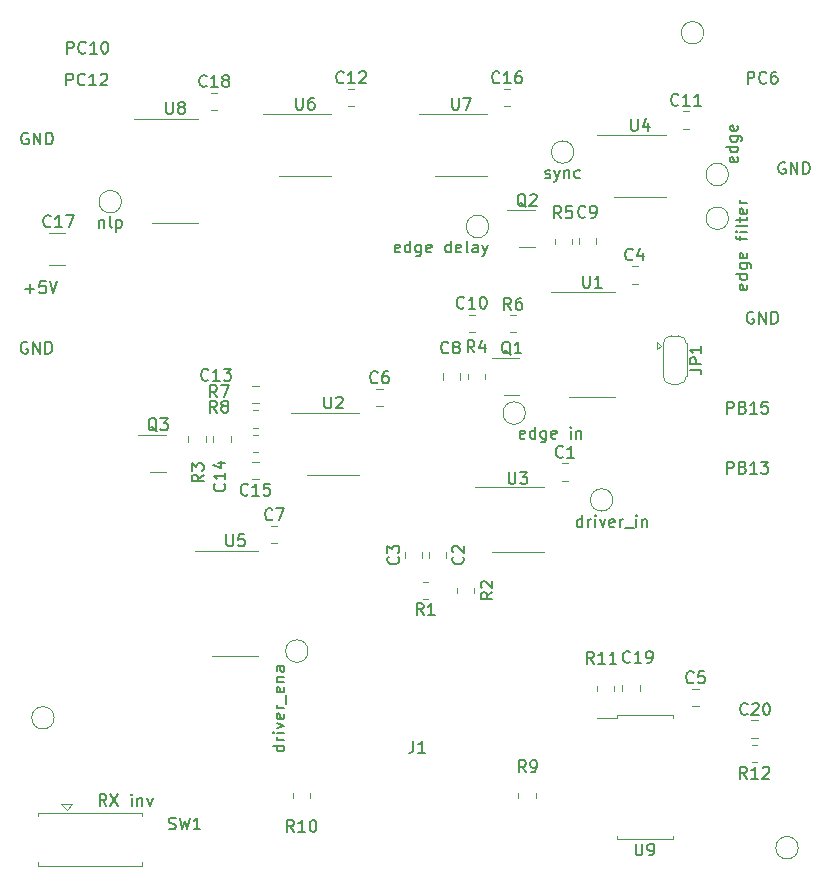
<source format=gbr>
%TF.GenerationSoftware,KiCad,Pcbnew,(6.0.9-0)*%
%TF.CreationDate,2022-11-17T19:03:50+01:00*%
%TF.ProjectId,shield,73686965-6c64-42e6-9b69-6361645f7063,1*%
%TF.SameCoordinates,PX3a2c940PY82a7440*%
%TF.FileFunction,Legend,Top*%
%TF.FilePolarity,Positive*%
%FSLAX46Y46*%
G04 Gerber Fmt 4.6, Leading zero omitted, Abs format (unit mm)*
G04 Created by KiCad (PCBNEW (6.0.9-0)) date 2022-11-17 19:03:50*
%MOMM*%
%LPD*%
G01*
G04 APERTURE LIST*
%ADD10C,0.150000*%
%ADD11C,0.120000*%
G04 APERTURE END LIST*
D10*
X8380952Y6547620D02*
X8047619Y7023810D01*
X7809523Y6547620D02*
X7809523Y7547620D01*
X8190476Y7547620D01*
X8285714Y7500000D01*
X8333333Y7452381D01*
X8380952Y7357143D01*
X8380952Y7214286D01*
X8333333Y7119048D01*
X8285714Y7071429D01*
X8190476Y7023810D01*
X7809523Y7023810D01*
X8714285Y7547620D02*
X9380952Y6547620D01*
X9380952Y7547620D02*
X8714285Y6547620D01*
X10523809Y6547620D02*
X10523809Y7214286D01*
X10523809Y7547620D02*
X10476190Y7500000D01*
X10523809Y7452381D01*
X10571428Y7500000D01*
X10523809Y7547620D01*
X10523809Y7452381D01*
X11000000Y7214286D02*
X11000000Y6547620D01*
X11000000Y7119048D02*
X11047619Y7166667D01*
X11142857Y7214286D01*
X11285714Y7214286D01*
X11380952Y7166667D01*
X11428571Y7071429D01*
X11428571Y6547620D01*
X11809523Y7214286D02*
X12047619Y6547620D01*
X12285714Y7214286D01*
%TO.C,J2*%
X4985714Y67547620D02*
X4985714Y68547620D01*
X5366666Y68547620D01*
X5461904Y68500000D01*
X5509523Y68452381D01*
X5557142Y68357143D01*
X5557142Y68214286D01*
X5509523Y68119048D01*
X5461904Y68071429D01*
X5366666Y68023810D01*
X4985714Y68023810D01*
X6557142Y67642858D02*
X6509523Y67595239D01*
X6366666Y67547620D01*
X6271428Y67547620D01*
X6128571Y67595239D01*
X6033333Y67690477D01*
X5985714Y67785715D01*
X5938095Y67976191D01*
X5938095Y68119048D01*
X5985714Y68309524D01*
X6033333Y68404762D01*
X6128571Y68500000D01*
X6271428Y68547620D01*
X6366666Y68547620D01*
X6509523Y68500000D01*
X6557142Y68452381D01*
X7509523Y67547620D02*
X6938095Y67547620D01*
X7223809Y67547620D02*
X7223809Y68547620D01*
X7128571Y68404762D01*
X7033333Y68309524D01*
X6938095Y68261905D01*
X7890476Y68452381D02*
X7938095Y68500000D01*
X8033333Y68547620D01*
X8271428Y68547620D01*
X8366666Y68500000D01*
X8414285Y68452381D01*
X8461904Y68357143D01*
X8461904Y68261905D01*
X8414285Y68119048D01*
X7842857Y67547620D01*
X8461904Y67547620D01*
X1738095Y63500000D02*
X1642857Y63547620D01*
X1500000Y63547620D01*
X1357142Y63500000D01*
X1261904Y63404762D01*
X1214285Y63309524D01*
X1166666Y63119048D01*
X1166666Y62976191D01*
X1214285Y62785715D01*
X1261904Y62690477D01*
X1357142Y62595239D01*
X1500000Y62547620D01*
X1595238Y62547620D01*
X1738095Y62595239D01*
X1785714Y62642858D01*
X1785714Y62976191D01*
X1595238Y62976191D01*
X2214285Y62547620D02*
X2214285Y63547620D01*
X2785714Y62547620D01*
X2785714Y63547620D01*
X3261904Y62547620D02*
X3261904Y63547620D01*
X3500000Y63547620D01*
X3642857Y63500000D01*
X3738095Y63404762D01*
X3785714Y63309524D01*
X3833333Y63119048D01*
X3833333Y62976191D01*
X3785714Y62785715D01*
X3738095Y62690477D01*
X3642857Y62595239D01*
X3500000Y62547620D01*
X3261904Y62547620D01*
X60925714Y34677620D02*
X60925714Y35677620D01*
X61306666Y35677620D01*
X61401904Y35630000D01*
X61449523Y35582381D01*
X61497142Y35487143D01*
X61497142Y35344286D01*
X61449523Y35249048D01*
X61401904Y35201429D01*
X61306666Y35153810D01*
X60925714Y35153810D01*
X62259047Y35201429D02*
X62401904Y35153810D01*
X62449523Y35106191D01*
X62497142Y35010953D01*
X62497142Y34868096D01*
X62449523Y34772858D01*
X62401904Y34725239D01*
X62306666Y34677620D01*
X61925714Y34677620D01*
X61925714Y35677620D01*
X62259047Y35677620D01*
X62354285Y35630000D01*
X62401904Y35582381D01*
X62449523Y35487143D01*
X62449523Y35391905D01*
X62401904Y35296667D01*
X62354285Y35249048D01*
X62259047Y35201429D01*
X61925714Y35201429D01*
X63449523Y34677620D02*
X62878095Y34677620D01*
X63163809Y34677620D02*
X63163809Y35677620D01*
X63068571Y35534762D01*
X62973333Y35439524D01*
X62878095Y35391905D01*
X63782857Y35677620D02*
X64401904Y35677620D01*
X64068571Y35296667D01*
X64211428Y35296667D01*
X64306666Y35249048D01*
X64354285Y35201429D01*
X64401904Y35106191D01*
X64401904Y34868096D01*
X64354285Y34772858D01*
X64306666Y34725239D01*
X64211428Y34677620D01*
X63925714Y34677620D01*
X63830476Y34725239D01*
X63782857Y34772858D01*
X60925714Y39757620D02*
X60925714Y40757620D01*
X61306666Y40757620D01*
X61401904Y40710000D01*
X61449523Y40662381D01*
X61497142Y40567143D01*
X61497142Y40424286D01*
X61449523Y40329048D01*
X61401904Y40281429D01*
X61306666Y40233810D01*
X60925714Y40233810D01*
X62259047Y40281429D02*
X62401904Y40233810D01*
X62449523Y40186191D01*
X62497142Y40090953D01*
X62497142Y39948096D01*
X62449523Y39852858D01*
X62401904Y39805239D01*
X62306666Y39757620D01*
X61925714Y39757620D01*
X61925714Y40757620D01*
X62259047Y40757620D01*
X62354285Y40710000D01*
X62401904Y40662381D01*
X62449523Y40567143D01*
X62449523Y40471905D01*
X62401904Y40376667D01*
X62354285Y40329048D01*
X62259047Y40281429D01*
X61925714Y40281429D01*
X63449523Y39757620D02*
X62878095Y39757620D01*
X63163809Y39757620D02*
X63163809Y40757620D01*
X63068571Y40614762D01*
X62973333Y40519524D01*
X62878095Y40471905D01*
X64354285Y40757620D02*
X63878095Y40757620D01*
X63830476Y40281429D01*
X63878095Y40329048D01*
X63973333Y40376667D01*
X64211428Y40376667D01*
X64306666Y40329048D01*
X64354285Y40281429D01*
X64401904Y40186191D01*
X64401904Y39948096D01*
X64354285Y39852858D01*
X64306666Y39805239D01*
X64211428Y39757620D01*
X63973333Y39757620D01*
X63878095Y39805239D01*
X63830476Y39852858D01*
X63148095Y48330000D02*
X63052857Y48377620D01*
X62910000Y48377620D01*
X62767142Y48330000D01*
X62671904Y48234762D01*
X62624285Y48139524D01*
X62576666Y47949048D01*
X62576666Y47806191D01*
X62624285Y47615715D01*
X62671904Y47520477D01*
X62767142Y47425239D01*
X62910000Y47377620D01*
X63005238Y47377620D01*
X63148095Y47425239D01*
X63195714Y47472858D01*
X63195714Y47806191D01*
X63005238Y47806191D01*
X63624285Y47377620D02*
X63624285Y48377620D01*
X64195714Y47377620D01*
X64195714Y48377620D01*
X64671904Y47377620D02*
X64671904Y48377620D01*
X64910000Y48377620D01*
X65052857Y48330000D01*
X65148095Y48234762D01*
X65195714Y48139524D01*
X65243333Y47949048D01*
X65243333Y47806191D01*
X65195714Y47615715D01*
X65148095Y47520477D01*
X65052857Y47425239D01*
X64910000Y47377620D01*
X64671904Y47377620D01*
X62671904Y67697620D02*
X62671904Y68697620D01*
X63052857Y68697620D01*
X63148095Y68650000D01*
X63195714Y68602381D01*
X63243333Y68507143D01*
X63243333Y68364286D01*
X63195714Y68269048D01*
X63148095Y68221429D01*
X63052857Y68173810D01*
X62671904Y68173810D01*
X64243333Y67792858D02*
X64195714Y67745239D01*
X64052857Y67697620D01*
X63957619Y67697620D01*
X63814761Y67745239D01*
X63719523Y67840477D01*
X63671904Y67935715D01*
X63624285Y68126191D01*
X63624285Y68269048D01*
X63671904Y68459524D01*
X63719523Y68554762D01*
X63814761Y68650000D01*
X63957619Y68697620D01*
X64052857Y68697620D01*
X64195714Y68650000D01*
X64243333Y68602381D01*
X65100476Y68697620D02*
X64910000Y68697620D01*
X64814761Y68650000D01*
X64767142Y68602381D01*
X64671904Y68459524D01*
X64624285Y68269048D01*
X64624285Y67888096D01*
X64671904Y67792858D01*
X64719523Y67745239D01*
X64814761Y67697620D01*
X65005238Y67697620D01*
X65100476Y67745239D01*
X65148095Y67792858D01*
X65195714Y67888096D01*
X65195714Y68126191D01*
X65148095Y68221429D01*
X65100476Y68269048D01*
X65005238Y68316667D01*
X64814761Y68316667D01*
X64719523Y68269048D01*
X64671904Y68221429D01*
X64624285Y68126191D01*
X1688095Y45790000D02*
X1592857Y45837620D01*
X1450000Y45837620D01*
X1307142Y45790000D01*
X1211904Y45694762D01*
X1164285Y45599524D01*
X1116666Y45409048D01*
X1116666Y45266191D01*
X1164285Y45075715D01*
X1211904Y44980477D01*
X1307142Y44885239D01*
X1450000Y44837620D01*
X1545238Y44837620D01*
X1688095Y44885239D01*
X1735714Y44932858D01*
X1735714Y45266191D01*
X1545238Y45266191D01*
X2164285Y44837620D02*
X2164285Y45837620D01*
X2735714Y44837620D01*
X2735714Y45837620D01*
X3211904Y44837620D02*
X3211904Y45837620D01*
X3450000Y45837620D01*
X3592857Y45790000D01*
X3688095Y45694762D01*
X3735714Y45599524D01*
X3783333Y45409048D01*
X3783333Y45266191D01*
X3735714Y45075715D01*
X3688095Y44980477D01*
X3592857Y44885239D01*
X3450000Y44837620D01*
X3211904Y44837620D01*
X65838095Y61000000D02*
X65742857Y61047620D01*
X65600000Y61047620D01*
X65457142Y61000000D01*
X65361904Y60904762D01*
X65314285Y60809524D01*
X65266666Y60619048D01*
X65266666Y60476191D01*
X65314285Y60285715D01*
X65361904Y60190477D01*
X65457142Y60095239D01*
X65600000Y60047620D01*
X65695238Y60047620D01*
X65838095Y60095239D01*
X65885714Y60142858D01*
X65885714Y60476191D01*
X65695238Y60476191D01*
X66314285Y60047620D02*
X66314285Y61047620D01*
X66885714Y60047620D01*
X66885714Y61047620D01*
X67361904Y60047620D02*
X67361904Y61047620D01*
X67600000Y61047620D01*
X67742857Y61000000D01*
X67838095Y60904762D01*
X67885714Y60809524D01*
X67933333Y60619048D01*
X67933333Y60476191D01*
X67885714Y60285715D01*
X67838095Y60190477D01*
X67742857Y60095239D01*
X67600000Y60047620D01*
X67361904Y60047620D01*
X1514285Y50328572D02*
X2276190Y50328572D01*
X1895238Y49947620D02*
X1895238Y50709524D01*
X3228571Y50947620D02*
X2752380Y50947620D01*
X2704761Y50471429D01*
X2752380Y50519048D01*
X2847619Y50566667D01*
X3085714Y50566667D01*
X3180952Y50519048D01*
X3228571Y50471429D01*
X3276190Y50376191D01*
X3276190Y50138096D01*
X3228571Y50042858D01*
X3180952Y49995239D01*
X3085714Y49947620D01*
X2847619Y49947620D01*
X2752380Y49995239D01*
X2704761Y50042858D01*
X3561904Y50947620D02*
X3895238Y49947620D01*
X4228571Y50947620D01*
X5045714Y70237620D02*
X5045714Y71237620D01*
X5426666Y71237620D01*
X5521904Y71190000D01*
X5569523Y71142381D01*
X5617142Y71047143D01*
X5617142Y70904286D01*
X5569523Y70809048D01*
X5521904Y70761429D01*
X5426666Y70713810D01*
X5045714Y70713810D01*
X6617142Y70332858D02*
X6569523Y70285239D01*
X6426666Y70237620D01*
X6331428Y70237620D01*
X6188571Y70285239D01*
X6093333Y70380477D01*
X6045714Y70475715D01*
X5998095Y70666191D01*
X5998095Y70809048D01*
X6045714Y70999524D01*
X6093333Y71094762D01*
X6188571Y71190000D01*
X6331428Y71237620D01*
X6426666Y71237620D01*
X6569523Y71190000D01*
X6617142Y71142381D01*
X7569523Y70237620D02*
X6998095Y70237620D01*
X7283809Y70237620D02*
X7283809Y71237620D01*
X7188571Y71094762D01*
X7093333Y70999524D01*
X6998095Y70951905D01*
X8188571Y71237620D02*
X8283809Y71237620D01*
X8379047Y71190000D01*
X8426666Y71142381D01*
X8474285Y71047143D01*
X8521904Y70856667D01*
X8521904Y70618572D01*
X8474285Y70428096D01*
X8426666Y70332858D01*
X8379047Y70285239D01*
X8283809Y70237620D01*
X8188571Y70237620D01*
X8093333Y70285239D01*
X8045714Y70332858D01*
X7998095Y70428096D01*
X7950476Y70618572D01*
X7950476Y70856667D01*
X7998095Y71047143D01*
X8045714Y71142381D01*
X8093333Y71190000D01*
X8188571Y71237620D01*
%TO.C,TP6*%
X7771428Y56164286D02*
X7771428Y55497620D01*
X7771428Y56069048D02*
X7819047Y56116667D01*
X7914285Y56164286D01*
X8057142Y56164286D01*
X8152380Y56116667D01*
X8200000Y56021429D01*
X8200000Y55497620D01*
X8819047Y55497620D02*
X8723809Y55545239D01*
X8676190Y55640477D01*
X8676190Y56497620D01*
X9200000Y56164286D02*
X9200000Y55164286D01*
X9200000Y56116667D02*
X9295238Y56164286D01*
X9485714Y56164286D01*
X9580952Y56116667D01*
X9628571Y56069048D01*
X9676190Y55973810D01*
X9676190Y55688096D01*
X9628571Y55592858D01*
X9580952Y55545239D01*
X9485714Y55497620D01*
X9295238Y55497620D01*
X9200000Y55545239D01*
%TO.C,R3*%
X16602380Y34583334D02*
X16126190Y34250000D01*
X16602380Y34011905D02*
X15602380Y34011905D01*
X15602380Y34392858D01*
X15650000Y34488096D01*
X15697619Y34535715D01*
X15792857Y34583334D01*
X15935714Y34583334D01*
X16030952Y34535715D01*
X16078571Y34488096D01*
X16126190Y34392858D01*
X16126190Y34011905D01*
X15602380Y34916667D02*
X15602380Y35535715D01*
X15983333Y35202381D01*
X15983333Y35345239D01*
X16030952Y35440477D01*
X16078571Y35488096D01*
X16173809Y35535715D01*
X16411904Y35535715D01*
X16507142Y35488096D01*
X16554761Y35440477D01*
X16602380Y35345239D01*
X16602380Y35059524D01*
X16554761Y34964286D01*
X16507142Y34916667D01*
%TO.C,U4*%
X52788095Y64697620D02*
X52788095Y63888096D01*
X52835714Y63792858D01*
X52883333Y63745239D01*
X52978571Y63697620D01*
X53169047Y63697620D01*
X53264285Y63745239D01*
X53311904Y63792858D01*
X53359523Y63888096D01*
X53359523Y64697620D01*
X54264285Y64364286D02*
X54264285Y63697620D01*
X54026190Y64745239D02*
X53788095Y64030953D01*
X54407142Y64030953D01*
%TO.C,R10*%
X24257142Y4347620D02*
X23923809Y4823810D01*
X23685714Y4347620D02*
X23685714Y5347620D01*
X24066666Y5347620D01*
X24161904Y5300000D01*
X24209523Y5252381D01*
X24257142Y5157143D01*
X24257142Y5014286D01*
X24209523Y4919048D01*
X24161904Y4871429D01*
X24066666Y4823810D01*
X23685714Y4823810D01*
X25209523Y4347620D02*
X24638095Y4347620D01*
X24923809Y4347620D02*
X24923809Y5347620D01*
X24828571Y5204762D01*
X24733333Y5109524D01*
X24638095Y5061905D01*
X25828571Y5347620D02*
X25923809Y5347620D01*
X26019047Y5300000D01*
X26066666Y5252381D01*
X26114285Y5157143D01*
X26161904Y4966667D01*
X26161904Y4728572D01*
X26114285Y4538096D01*
X26066666Y4442858D01*
X26019047Y4395239D01*
X25923809Y4347620D01*
X25828571Y4347620D01*
X25733333Y4395239D01*
X25685714Y4442858D01*
X25638095Y4538096D01*
X25590476Y4728572D01*
X25590476Y4966667D01*
X25638095Y5157143D01*
X25685714Y5252381D01*
X25733333Y5300000D01*
X25828571Y5347620D01*
%TO.C,C18*%
X16857142Y67522858D02*
X16809523Y67475239D01*
X16666666Y67427620D01*
X16571428Y67427620D01*
X16428571Y67475239D01*
X16333333Y67570477D01*
X16285714Y67665715D01*
X16238095Y67856191D01*
X16238095Y67999048D01*
X16285714Y68189524D01*
X16333333Y68284762D01*
X16428571Y68380000D01*
X16571428Y68427620D01*
X16666666Y68427620D01*
X16809523Y68380000D01*
X16857142Y68332381D01*
X17809523Y67427620D02*
X17238095Y67427620D01*
X17523809Y67427620D02*
X17523809Y68427620D01*
X17428571Y68284762D01*
X17333333Y68189524D01*
X17238095Y68141905D01*
X18380952Y67999048D02*
X18285714Y68046667D01*
X18238095Y68094286D01*
X18190476Y68189524D01*
X18190476Y68237143D01*
X18238095Y68332381D01*
X18285714Y68380000D01*
X18380952Y68427620D01*
X18571428Y68427620D01*
X18666666Y68380000D01*
X18714285Y68332381D01*
X18761904Y68237143D01*
X18761904Y68189524D01*
X18714285Y68094286D01*
X18666666Y68046667D01*
X18571428Y67999048D01*
X18380952Y67999048D01*
X18285714Y67951429D01*
X18238095Y67903810D01*
X18190476Y67808572D01*
X18190476Y67618096D01*
X18238095Y67522858D01*
X18285714Y67475239D01*
X18380952Y67427620D01*
X18571428Y67427620D01*
X18666666Y67475239D01*
X18714285Y67522858D01*
X18761904Y67618096D01*
X18761904Y67808572D01*
X18714285Y67903810D01*
X18666666Y67951429D01*
X18571428Y67999048D01*
%TO.C,C14*%
X18357142Y33807143D02*
X18404761Y33759524D01*
X18452380Y33616667D01*
X18452380Y33521429D01*
X18404761Y33378572D01*
X18309523Y33283334D01*
X18214285Y33235715D01*
X18023809Y33188096D01*
X17880952Y33188096D01*
X17690476Y33235715D01*
X17595238Y33283334D01*
X17500000Y33378572D01*
X17452380Y33521429D01*
X17452380Y33616667D01*
X17500000Y33759524D01*
X17547619Y33807143D01*
X18452380Y34759524D02*
X18452380Y34188096D01*
X18452380Y34473810D02*
X17452380Y34473810D01*
X17595238Y34378572D01*
X17690476Y34283334D01*
X17738095Y34188096D01*
X17785714Y35616667D02*
X18452380Y35616667D01*
X17404761Y35378572D02*
X18119047Y35140477D01*
X18119047Y35759524D01*
%TO.C,U8*%
X13438095Y66127620D02*
X13438095Y65318096D01*
X13485714Y65222858D01*
X13533333Y65175239D01*
X13628571Y65127620D01*
X13819047Y65127620D01*
X13914285Y65175239D01*
X13961904Y65222858D01*
X14009523Y65318096D01*
X14009523Y66127620D01*
X14628571Y65699048D02*
X14533333Y65746667D01*
X14485714Y65794286D01*
X14438095Y65889524D01*
X14438095Y65937143D01*
X14485714Y66032381D01*
X14533333Y66080000D01*
X14628571Y66127620D01*
X14819047Y66127620D01*
X14914285Y66080000D01*
X14961904Y66032381D01*
X15009523Y65937143D01*
X15009523Y65889524D01*
X14961904Y65794286D01*
X14914285Y65746667D01*
X14819047Y65699048D01*
X14628571Y65699048D01*
X14533333Y65651429D01*
X14485714Y65603810D01*
X14438095Y65508572D01*
X14438095Y65318096D01*
X14485714Y65222858D01*
X14533333Y65175239D01*
X14628571Y65127620D01*
X14819047Y65127620D01*
X14914285Y65175239D01*
X14961904Y65222858D01*
X15009523Y65318096D01*
X15009523Y65508572D01*
X14961904Y65603810D01*
X14914285Y65651429D01*
X14819047Y65699048D01*
%TO.C,C9*%
X48933333Y56442858D02*
X48885714Y56395239D01*
X48742857Y56347620D01*
X48647619Y56347620D01*
X48504761Y56395239D01*
X48409523Y56490477D01*
X48361904Y56585715D01*
X48314285Y56776191D01*
X48314285Y56919048D01*
X48361904Y57109524D01*
X48409523Y57204762D01*
X48504761Y57300000D01*
X48647619Y57347620D01*
X48742857Y57347620D01*
X48885714Y57300000D01*
X48933333Y57252381D01*
X49409523Y56347620D02*
X49600000Y56347620D01*
X49695238Y56395239D01*
X49742857Y56442858D01*
X49838095Y56585715D01*
X49885714Y56776191D01*
X49885714Y57157143D01*
X49838095Y57252381D01*
X49790476Y57300000D01*
X49695238Y57347620D01*
X49504761Y57347620D01*
X49409523Y57300000D01*
X49361904Y57252381D01*
X49314285Y57157143D01*
X49314285Y56919048D01*
X49361904Y56823810D01*
X49409523Y56776191D01*
X49504761Y56728572D01*
X49695238Y56728572D01*
X49790476Y56776191D01*
X49838095Y56823810D01*
X49885714Y56919048D01*
%TO.C,Q1*%
X42604761Y44752381D02*
X42509523Y44800000D01*
X42414285Y44895239D01*
X42271428Y45038096D01*
X42176190Y45085715D01*
X42080952Y45085715D01*
X42128571Y44847620D02*
X42033333Y44895239D01*
X41938095Y44990477D01*
X41890476Y45180953D01*
X41890476Y45514286D01*
X41938095Y45704762D01*
X42033333Y45800000D01*
X42128571Y45847620D01*
X42319047Y45847620D01*
X42414285Y45800000D01*
X42509523Y45704762D01*
X42557142Y45514286D01*
X42557142Y45180953D01*
X42509523Y44990477D01*
X42414285Y44895239D01*
X42319047Y44847620D01*
X42128571Y44847620D01*
X43509523Y44847620D02*
X42938095Y44847620D01*
X43223809Y44847620D02*
X43223809Y45847620D01*
X43128571Y45704762D01*
X43033333Y45609524D01*
X42938095Y45561905D01*
%TO.C,C4*%
X52933333Y52822858D02*
X52885714Y52775239D01*
X52742857Y52727620D01*
X52647619Y52727620D01*
X52504761Y52775239D01*
X52409523Y52870477D01*
X52361904Y52965715D01*
X52314285Y53156191D01*
X52314285Y53299048D01*
X52361904Y53489524D01*
X52409523Y53584762D01*
X52504761Y53680000D01*
X52647619Y53727620D01*
X52742857Y53727620D01*
X52885714Y53680000D01*
X52933333Y53632381D01*
X53790476Y53394286D02*
X53790476Y52727620D01*
X53552380Y53775239D02*
X53314285Y53060953D01*
X53933333Y53060953D01*
%TO.C,U9*%
X53188095Y3347620D02*
X53188095Y2538096D01*
X53235714Y2442858D01*
X53283333Y2395239D01*
X53378571Y2347620D01*
X53569047Y2347620D01*
X53664285Y2395239D01*
X53711904Y2442858D01*
X53759523Y2538096D01*
X53759523Y3347620D01*
X54283333Y2347620D02*
X54473809Y2347620D01*
X54569047Y2395239D01*
X54616666Y2442858D01*
X54711904Y2585715D01*
X54759523Y2776191D01*
X54759523Y3157143D01*
X54711904Y3252381D01*
X54664285Y3300000D01*
X54569047Y3347620D01*
X54378571Y3347620D01*
X54283333Y3300000D01*
X54235714Y3252381D01*
X54188095Y3157143D01*
X54188095Y2919048D01*
X54235714Y2823810D01*
X54283333Y2776191D01*
X54378571Y2728572D01*
X54569047Y2728572D01*
X54664285Y2776191D01*
X54711904Y2823810D01*
X54759523Y2919048D01*
%TO.C,U2*%
X26838095Y41197620D02*
X26838095Y40388096D01*
X26885714Y40292858D01*
X26933333Y40245239D01*
X27028571Y40197620D01*
X27219047Y40197620D01*
X27314285Y40245239D01*
X27361904Y40292858D01*
X27409523Y40388096D01*
X27409523Y41197620D01*
X27838095Y41102381D02*
X27885714Y41150000D01*
X27980952Y41197620D01*
X28219047Y41197620D01*
X28314285Y41150000D01*
X28361904Y41102381D01*
X28409523Y41007143D01*
X28409523Y40911905D01*
X28361904Y40769048D01*
X27790476Y40197620D01*
X28409523Y40197620D01*
%TO.C,C2*%
X38557142Y27633334D02*
X38604761Y27585715D01*
X38652380Y27442858D01*
X38652380Y27347620D01*
X38604761Y27204762D01*
X38509523Y27109524D01*
X38414285Y27061905D01*
X38223809Y27014286D01*
X38080952Y27014286D01*
X37890476Y27061905D01*
X37795238Y27109524D01*
X37700000Y27204762D01*
X37652380Y27347620D01*
X37652380Y27442858D01*
X37700000Y27585715D01*
X37747619Y27633334D01*
X37747619Y28014286D02*
X37700000Y28061905D01*
X37652380Y28157143D01*
X37652380Y28395239D01*
X37700000Y28490477D01*
X37747619Y28538096D01*
X37842857Y28585715D01*
X37938095Y28585715D01*
X38080952Y28538096D01*
X38652380Y27966667D01*
X38652380Y28585715D01*
%TO.C,U5*%
X18538095Y29527620D02*
X18538095Y28718096D01*
X18585714Y28622858D01*
X18633333Y28575239D01*
X18728571Y28527620D01*
X18919047Y28527620D01*
X19014285Y28575239D01*
X19061904Y28622858D01*
X19109523Y28718096D01*
X19109523Y29527620D01*
X20061904Y29527620D02*
X19585714Y29527620D01*
X19538095Y29051429D01*
X19585714Y29099048D01*
X19680952Y29146667D01*
X19919047Y29146667D01*
X20014285Y29099048D01*
X20061904Y29051429D01*
X20109523Y28956191D01*
X20109523Y28718096D01*
X20061904Y28622858D01*
X20014285Y28575239D01*
X19919047Y28527620D01*
X19680952Y28527620D01*
X19585714Y28575239D01*
X19538095Y28622858D01*
%TO.C,R2*%
X41052380Y24633334D02*
X40576190Y24300000D01*
X41052380Y24061905D02*
X40052380Y24061905D01*
X40052380Y24442858D01*
X40100000Y24538096D01*
X40147619Y24585715D01*
X40242857Y24633334D01*
X40385714Y24633334D01*
X40480952Y24585715D01*
X40528571Y24538096D01*
X40576190Y24442858D01*
X40576190Y24061905D01*
X40147619Y25014286D02*
X40100000Y25061905D01*
X40052380Y25157143D01*
X40052380Y25395239D01*
X40100000Y25490477D01*
X40147619Y25538096D01*
X40242857Y25585715D01*
X40338095Y25585715D01*
X40480952Y25538096D01*
X41052380Y24966667D01*
X41052380Y25585715D01*
%TO.C,Q2*%
X43904761Y57252381D02*
X43809523Y57300000D01*
X43714285Y57395239D01*
X43571428Y57538096D01*
X43476190Y57585715D01*
X43380952Y57585715D01*
X43428571Y57347620D02*
X43333333Y57395239D01*
X43238095Y57490477D01*
X43190476Y57680953D01*
X43190476Y58014286D01*
X43238095Y58204762D01*
X43333333Y58300000D01*
X43428571Y58347620D01*
X43619047Y58347620D01*
X43714285Y58300000D01*
X43809523Y58204762D01*
X43857142Y58014286D01*
X43857142Y57680953D01*
X43809523Y57490477D01*
X43714285Y57395239D01*
X43619047Y57347620D01*
X43428571Y57347620D01*
X44238095Y58252381D02*
X44285714Y58300000D01*
X44380952Y58347620D01*
X44619047Y58347620D01*
X44714285Y58300000D01*
X44761904Y58252381D01*
X44809523Y58157143D01*
X44809523Y58061905D01*
X44761904Y57919048D01*
X44190476Y57347620D01*
X44809523Y57347620D01*
%TO.C,C7*%
X22433333Y30822858D02*
X22385714Y30775239D01*
X22242857Y30727620D01*
X22147619Y30727620D01*
X22004761Y30775239D01*
X21909523Y30870477D01*
X21861904Y30965715D01*
X21814285Y31156191D01*
X21814285Y31299048D01*
X21861904Y31489524D01*
X21909523Y31584762D01*
X22004761Y31680000D01*
X22147619Y31727620D01*
X22242857Y31727620D01*
X22385714Y31680000D01*
X22433333Y31632381D01*
X22766666Y31727620D02*
X23433333Y31727620D01*
X23004761Y30727620D01*
%TO.C,SW1*%
X13666666Y4595239D02*
X13809523Y4547620D01*
X14047619Y4547620D01*
X14142857Y4595239D01*
X14190476Y4642858D01*
X14238095Y4738096D01*
X14238095Y4833334D01*
X14190476Y4928572D01*
X14142857Y4976191D01*
X14047619Y5023810D01*
X13857142Y5071429D01*
X13761904Y5119048D01*
X13714285Y5166667D01*
X13666666Y5261905D01*
X13666666Y5357143D01*
X13714285Y5452381D01*
X13761904Y5500000D01*
X13857142Y5547620D01*
X14095238Y5547620D01*
X14238095Y5500000D01*
X14571428Y5547620D02*
X14809523Y4547620D01*
X15000000Y5261905D01*
X15190476Y4547620D01*
X15428571Y5547620D01*
X16333333Y4547620D02*
X15761904Y4547620D01*
X16047619Y4547620D02*
X16047619Y5547620D01*
X15952380Y5404762D01*
X15857142Y5309524D01*
X15761904Y5261905D01*
%TO.C,U1*%
X48738095Y51427620D02*
X48738095Y50618096D01*
X48785714Y50522858D01*
X48833333Y50475239D01*
X48928571Y50427620D01*
X49119047Y50427620D01*
X49214285Y50475239D01*
X49261904Y50522858D01*
X49309523Y50618096D01*
X49309523Y51427620D01*
X50309523Y50427620D02*
X49738095Y50427620D01*
X50023809Y50427620D02*
X50023809Y51427620D01*
X49928571Y51284762D01*
X49833333Y51189524D01*
X49738095Y51141905D01*
%TO.C,R6*%
X42633333Y48547620D02*
X42300000Y49023810D01*
X42061904Y48547620D02*
X42061904Y49547620D01*
X42442857Y49547620D01*
X42538095Y49500000D01*
X42585714Y49452381D01*
X42633333Y49357143D01*
X42633333Y49214286D01*
X42585714Y49119048D01*
X42538095Y49071429D01*
X42442857Y49023810D01*
X42061904Y49023810D01*
X43490476Y49547620D02*
X43300000Y49547620D01*
X43204761Y49500000D01*
X43157142Y49452381D01*
X43061904Y49309524D01*
X43014285Y49119048D01*
X43014285Y48738096D01*
X43061904Y48642858D01*
X43109523Y48595239D01*
X43204761Y48547620D01*
X43395238Y48547620D01*
X43490476Y48595239D01*
X43538095Y48642858D01*
X43585714Y48738096D01*
X43585714Y48976191D01*
X43538095Y49071429D01*
X43490476Y49119048D01*
X43395238Y49166667D01*
X43204761Y49166667D01*
X43109523Y49119048D01*
X43061904Y49071429D01*
X43014285Y48976191D01*
%TO.C,TP1*%
X62604761Y50666667D02*
X62652380Y50571429D01*
X62652380Y50380953D01*
X62604761Y50285715D01*
X62509523Y50238096D01*
X62128571Y50238096D01*
X62033333Y50285715D01*
X61985714Y50380953D01*
X61985714Y50571429D01*
X62033333Y50666667D01*
X62128571Y50714286D01*
X62223809Y50714286D01*
X62319047Y50238096D01*
X62652380Y51571429D02*
X61652380Y51571429D01*
X62604761Y51571429D02*
X62652380Y51476191D01*
X62652380Y51285715D01*
X62604761Y51190477D01*
X62557142Y51142858D01*
X62461904Y51095239D01*
X62176190Y51095239D01*
X62080952Y51142858D01*
X62033333Y51190477D01*
X61985714Y51285715D01*
X61985714Y51476191D01*
X62033333Y51571429D01*
X61985714Y52476191D02*
X62795238Y52476191D01*
X62890476Y52428572D01*
X62938095Y52380953D01*
X62985714Y52285715D01*
X62985714Y52142858D01*
X62938095Y52047620D01*
X62604761Y52476191D02*
X62652380Y52380953D01*
X62652380Y52190477D01*
X62604761Y52095239D01*
X62557142Y52047620D01*
X62461904Y52000000D01*
X62176190Y52000000D01*
X62080952Y52047620D01*
X62033333Y52095239D01*
X61985714Y52190477D01*
X61985714Y52380953D01*
X62033333Y52476191D01*
X62604761Y53333334D02*
X62652380Y53238096D01*
X62652380Y53047620D01*
X62604761Y52952381D01*
X62509523Y52904762D01*
X62128571Y52904762D01*
X62033333Y52952381D01*
X61985714Y53047620D01*
X61985714Y53238096D01*
X62033333Y53333334D01*
X62128571Y53380953D01*
X62223809Y53380953D01*
X62319047Y52904762D01*
X61985714Y54428572D02*
X61985714Y54809524D01*
X62652380Y54571429D02*
X61795238Y54571429D01*
X61700000Y54619048D01*
X61652380Y54714286D01*
X61652380Y54809524D01*
X62652380Y55142858D02*
X61985714Y55142858D01*
X61652380Y55142858D02*
X61700000Y55095239D01*
X61747619Y55142858D01*
X61700000Y55190477D01*
X61652380Y55142858D01*
X61747619Y55142858D01*
X62652380Y55761905D02*
X62604761Y55666667D01*
X62509523Y55619048D01*
X61652380Y55619048D01*
X61985714Y56000000D02*
X61985714Y56380953D01*
X61652380Y56142858D02*
X62509523Y56142858D01*
X62604761Y56190477D01*
X62652380Y56285715D01*
X62652380Y56380953D01*
X62604761Y57095239D02*
X62652380Y57000000D01*
X62652380Y56809524D01*
X62604761Y56714286D01*
X62509523Y56666667D01*
X62128571Y56666667D01*
X62033333Y56714286D01*
X61985714Y56809524D01*
X61985714Y57000000D01*
X62033333Y57095239D01*
X62128571Y57142858D01*
X62223809Y57142858D01*
X62319047Y56666667D01*
X62652380Y57571429D02*
X61985714Y57571429D01*
X62176190Y57571429D02*
X62080952Y57619048D01*
X62033333Y57666667D01*
X61985714Y57761905D01*
X61985714Y57857143D01*
%TO.C,TP7*%
X48676190Y30147620D02*
X48676190Y31147620D01*
X48676190Y30195239D02*
X48580952Y30147620D01*
X48390476Y30147620D01*
X48295238Y30195239D01*
X48247619Y30242858D01*
X48200000Y30338096D01*
X48200000Y30623810D01*
X48247619Y30719048D01*
X48295238Y30766667D01*
X48390476Y30814286D01*
X48580952Y30814286D01*
X48676190Y30766667D01*
X49152380Y30147620D02*
X49152380Y30814286D01*
X49152380Y30623810D02*
X49200000Y30719048D01*
X49247619Y30766667D01*
X49342857Y30814286D01*
X49438095Y30814286D01*
X49771428Y30147620D02*
X49771428Y30814286D01*
X49771428Y31147620D02*
X49723809Y31100000D01*
X49771428Y31052381D01*
X49819047Y31100000D01*
X49771428Y31147620D01*
X49771428Y31052381D01*
X50152380Y30814286D02*
X50390476Y30147620D01*
X50628571Y30814286D01*
X51390476Y30195239D02*
X51295238Y30147620D01*
X51104761Y30147620D01*
X51009523Y30195239D01*
X50961904Y30290477D01*
X50961904Y30671429D01*
X51009523Y30766667D01*
X51104761Y30814286D01*
X51295238Y30814286D01*
X51390476Y30766667D01*
X51438095Y30671429D01*
X51438095Y30576191D01*
X50961904Y30480953D01*
X51866666Y30147620D02*
X51866666Y30814286D01*
X51866666Y30623810D02*
X51914285Y30719048D01*
X51961904Y30766667D01*
X52057142Y30814286D01*
X52152380Y30814286D01*
X52247619Y30052381D02*
X53009523Y30052381D01*
X53247619Y30147620D02*
X53247619Y30814286D01*
X53247619Y31147620D02*
X53200000Y31100000D01*
X53247619Y31052381D01*
X53295238Y31100000D01*
X53247619Y31147620D01*
X53247619Y31052381D01*
X53723809Y30814286D02*
X53723809Y30147620D01*
X53723809Y30719048D02*
X53771428Y30766667D01*
X53866666Y30814286D01*
X54009523Y30814286D01*
X54104761Y30766667D01*
X54152380Y30671429D01*
X54152380Y30147620D01*
%TO.C,C8*%
X37333333Y44942858D02*
X37285714Y44895239D01*
X37142857Y44847620D01*
X37047619Y44847620D01*
X36904761Y44895239D01*
X36809523Y44990477D01*
X36761904Y45085715D01*
X36714285Y45276191D01*
X36714285Y45419048D01*
X36761904Y45609524D01*
X36809523Y45704762D01*
X36904761Y45800000D01*
X37047619Y45847620D01*
X37142857Y45847620D01*
X37285714Y45800000D01*
X37333333Y45752381D01*
X37904761Y45419048D02*
X37809523Y45466667D01*
X37761904Y45514286D01*
X37714285Y45609524D01*
X37714285Y45657143D01*
X37761904Y45752381D01*
X37809523Y45800000D01*
X37904761Y45847620D01*
X38095238Y45847620D01*
X38190476Y45800000D01*
X38238095Y45752381D01*
X38285714Y45657143D01*
X38285714Y45609524D01*
X38238095Y45514286D01*
X38190476Y45466667D01*
X38095238Y45419048D01*
X37904761Y45419048D01*
X37809523Y45371429D01*
X37761904Y45323810D01*
X37714285Y45228572D01*
X37714285Y45038096D01*
X37761904Y44942858D01*
X37809523Y44895239D01*
X37904761Y44847620D01*
X38095238Y44847620D01*
X38190476Y44895239D01*
X38238095Y44942858D01*
X38285714Y45038096D01*
X38285714Y45228572D01*
X38238095Y45323810D01*
X38190476Y45371429D01*
X38095238Y45419048D01*
%TO.C,U7*%
X37638095Y66497620D02*
X37638095Y65688096D01*
X37685714Y65592858D01*
X37733333Y65545239D01*
X37828571Y65497620D01*
X38019047Y65497620D01*
X38114285Y65545239D01*
X38161904Y65592858D01*
X38209523Y65688096D01*
X38209523Y66497620D01*
X38590476Y66497620D02*
X39257142Y66497620D01*
X38828571Y65497620D01*
%TO.C,TP3*%
X33200000Y53445239D02*
X33104761Y53397620D01*
X32914285Y53397620D01*
X32819047Y53445239D01*
X32771428Y53540477D01*
X32771428Y53921429D01*
X32819047Y54016667D01*
X32914285Y54064286D01*
X33104761Y54064286D01*
X33200000Y54016667D01*
X33247619Y53921429D01*
X33247619Y53826191D01*
X32771428Y53730953D01*
X34104761Y53397620D02*
X34104761Y54397620D01*
X34104761Y53445239D02*
X34009523Y53397620D01*
X33819047Y53397620D01*
X33723809Y53445239D01*
X33676190Y53492858D01*
X33628571Y53588096D01*
X33628571Y53873810D01*
X33676190Y53969048D01*
X33723809Y54016667D01*
X33819047Y54064286D01*
X34009523Y54064286D01*
X34104761Y54016667D01*
X35009523Y54064286D02*
X35009523Y53254762D01*
X34961904Y53159524D01*
X34914285Y53111905D01*
X34819047Y53064286D01*
X34676190Y53064286D01*
X34580952Y53111905D01*
X35009523Y53445239D02*
X34914285Y53397620D01*
X34723809Y53397620D01*
X34628571Y53445239D01*
X34580952Y53492858D01*
X34533333Y53588096D01*
X34533333Y53873810D01*
X34580952Y53969048D01*
X34628571Y54016667D01*
X34723809Y54064286D01*
X34914285Y54064286D01*
X35009523Y54016667D01*
X35866666Y53445239D02*
X35771428Y53397620D01*
X35580952Y53397620D01*
X35485714Y53445239D01*
X35438095Y53540477D01*
X35438095Y53921429D01*
X35485714Y54016667D01*
X35580952Y54064286D01*
X35771428Y54064286D01*
X35866666Y54016667D01*
X35914285Y53921429D01*
X35914285Y53826191D01*
X35438095Y53730953D01*
X37533333Y53397620D02*
X37533333Y54397620D01*
X37533333Y53445239D02*
X37438095Y53397620D01*
X37247619Y53397620D01*
X37152380Y53445239D01*
X37104761Y53492858D01*
X37057142Y53588096D01*
X37057142Y53873810D01*
X37104761Y53969048D01*
X37152380Y54016667D01*
X37247619Y54064286D01*
X37438095Y54064286D01*
X37533333Y54016667D01*
X38390476Y53445239D02*
X38295238Y53397620D01*
X38104761Y53397620D01*
X38009523Y53445239D01*
X37961904Y53540477D01*
X37961904Y53921429D01*
X38009523Y54016667D01*
X38104761Y54064286D01*
X38295238Y54064286D01*
X38390476Y54016667D01*
X38438095Y53921429D01*
X38438095Y53826191D01*
X37961904Y53730953D01*
X39009523Y53397620D02*
X38914285Y53445239D01*
X38866666Y53540477D01*
X38866666Y54397620D01*
X39819047Y53397620D02*
X39819047Y53921429D01*
X39771428Y54016667D01*
X39676190Y54064286D01*
X39485714Y54064286D01*
X39390476Y54016667D01*
X39819047Y53445239D02*
X39723809Y53397620D01*
X39485714Y53397620D01*
X39390476Y53445239D01*
X39342857Y53540477D01*
X39342857Y53635715D01*
X39390476Y53730953D01*
X39485714Y53778572D01*
X39723809Y53778572D01*
X39819047Y53826191D01*
X40200000Y54064286D02*
X40438095Y53397620D01*
X40676190Y54064286D02*
X40438095Y53397620D01*
X40342857Y53159524D01*
X40295238Y53111905D01*
X40200000Y53064286D01*
%TO.C,JP1*%
X57752380Y43466667D02*
X58466666Y43466667D01*
X58609523Y43419048D01*
X58704761Y43323810D01*
X58752380Y43180953D01*
X58752380Y43085715D01*
X58752380Y43942858D02*
X57752380Y43942858D01*
X57752380Y44323810D01*
X57800000Y44419048D01*
X57847619Y44466667D01*
X57942857Y44514286D01*
X58085714Y44514286D01*
X58180952Y44466667D01*
X58228571Y44419048D01*
X58276190Y44323810D01*
X58276190Y43942858D01*
X58752380Y45466667D02*
X58752380Y44895239D01*
X58752380Y45180953D02*
X57752380Y45180953D01*
X57895238Y45085715D01*
X57990476Y44990477D01*
X58038095Y44895239D01*
%TO.C,R1*%
X35233333Y22697620D02*
X34900000Y23173810D01*
X34661904Y22697620D02*
X34661904Y23697620D01*
X35042857Y23697620D01*
X35138095Y23650000D01*
X35185714Y23602381D01*
X35233333Y23507143D01*
X35233333Y23364286D01*
X35185714Y23269048D01*
X35138095Y23221429D01*
X35042857Y23173810D01*
X34661904Y23173810D01*
X36185714Y22697620D02*
X35614285Y22697620D01*
X35900000Y22697620D02*
X35900000Y23697620D01*
X35804761Y23554762D01*
X35709523Y23459524D01*
X35614285Y23411905D01*
%TO.C,C1*%
X47033333Y36122858D02*
X46985714Y36075239D01*
X46842857Y36027620D01*
X46747619Y36027620D01*
X46604761Y36075239D01*
X46509523Y36170477D01*
X46461904Y36265715D01*
X46414285Y36456191D01*
X46414285Y36599048D01*
X46461904Y36789524D01*
X46509523Y36884762D01*
X46604761Y36980000D01*
X46747619Y37027620D01*
X46842857Y37027620D01*
X46985714Y36980000D01*
X47033333Y36932381D01*
X47985714Y36027620D02*
X47414285Y36027620D01*
X47700000Y36027620D02*
X47700000Y37027620D01*
X47604761Y36884762D01*
X47509523Y36789524D01*
X47414285Y36741905D01*
%TO.C,TP2*%
X43785714Y37695239D02*
X43690476Y37647620D01*
X43500000Y37647620D01*
X43404761Y37695239D01*
X43357142Y37790477D01*
X43357142Y38171429D01*
X43404761Y38266667D01*
X43500000Y38314286D01*
X43690476Y38314286D01*
X43785714Y38266667D01*
X43833333Y38171429D01*
X43833333Y38076191D01*
X43357142Y37980953D01*
X44690476Y37647620D02*
X44690476Y38647620D01*
X44690476Y37695239D02*
X44595238Y37647620D01*
X44404761Y37647620D01*
X44309523Y37695239D01*
X44261904Y37742858D01*
X44214285Y37838096D01*
X44214285Y38123810D01*
X44261904Y38219048D01*
X44309523Y38266667D01*
X44404761Y38314286D01*
X44595238Y38314286D01*
X44690476Y38266667D01*
X45595238Y38314286D02*
X45595238Y37504762D01*
X45547619Y37409524D01*
X45500000Y37361905D01*
X45404761Y37314286D01*
X45261904Y37314286D01*
X45166666Y37361905D01*
X45595238Y37695239D02*
X45500000Y37647620D01*
X45309523Y37647620D01*
X45214285Y37695239D01*
X45166666Y37742858D01*
X45119047Y37838096D01*
X45119047Y38123810D01*
X45166666Y38219048D01*
X45214285Y38266667D01*
X45309523Y38314286D01*
X45500000Y38314286D01*
X45595238Y38266667D01*
X46452380Y37695239D02*
X46357142Y37647620D01*
X46166666Y37647620D01*
X46071428Y37695239D01*
X46023809Y37790477D01*
X46023809Y38171429D01*
X46071428Y38266667D01*
X46166666Y38314286D01*
X46357142Y38314286D01*
X46452380Y38266667D01*
X46500000Y38171429D01*
X46500000Y38076191D01*
X46023809Y37980953D01*
X47690476Y37647620D02*
X47690476Y38314286D01*
X47690476Y38647620D02*
X47642857Y38600000D01*
X47690476Y38552381D01*
X47738095Y38600000D01*
X47690476Y38647620D01*
X47690476Y38552381D01*
X48166666Y38314286D02*
X48166666Y37647620D01*
X48166666Y38219048D02*
X48214285Y38266667D01*
X48309523Y38314286D01*
X48452380Y38314286D01*
X48547619Y38266667D01*
X48595238Y38171429D01*
X48595238Y37647620D01*
%TO.C,C6*%
X31333333Y42422858D02*
X31285714Y42375239D01*
X31142857Y42327620D01*
X31047619Y42327620D01*
X30904761Y42375239D01*
X30809523Y42470477D01*
X30761904Y42565715D01*
X30714285Y42756191D01*
X30714285Y42899048D01*
X30761904Y43089524D01*
X30809523Y43184762D01*
X30904761Y43280000D01*
X31047619Y43327620D01*
X31142857Y43327620D01*
X31285714Y43280000D01*
X31333333Y43232381D01*
X32190476Y43327620D02*
X32000000Y43327620D01*
X31904761Y43280000D01*
X31857142Y43232381D01*
X31761904Y43089524D01*
X31714285Y42899048D01*
X31714285Y42518096D01*
X31761904Y42422858D01*
X31809523Y42375239D01*
X31904761Y42327620D01*
X32095238Y42327620D01*
X32190476Y42375239D01*
X32238095Y42422858D01*
X32285714Y42518096D01*
X32285714Y42756191D01*
X32238095Y42851429D01*
X32190476Y42899048D01*
X32095238Y42946667D01*
X31904761Y42946667D01*
X31809523Y42899048D01*
X31761904Y42851429D01*
X31714285Y42756191D01*
%TO.C,TP4*%
X61804761Y61457143D02*
X61852380Y61361905D01*
X61852380Y61171429D01*
X61804761Y61076191D01*
X61709523Y61028572D01*
X61328571Y61028572D01*
X61233333Y61076191D01*
X61185714Y61171429D01*
X61185714Y61361905D01*
X61233333Y61457143D01*
X61328571Y61504762D01*
X61423809Y61504762D01*
X61519047Y61028572D01*
X61852380Y62361905D02*
X60852380Y62361905D01*
X61804761Y62361905D02*
X61852380Y62266667D01*
X61852380Y62076191D01*
X61804761Y61980953D01*
X61757142Y61933334D01*
X61661904Y61885715D01*
X61376190Y61885715D01*
X61280952Y61933334D01*
X61233333Y61980953D01*
X61185714Y62076191D01*
X61185714Y62266667D01*
X61233333Y62361905D01*
X61185714Y63266667D02*
X61995238Y63266667D01*
X62090476Y63219048D01*
X62138095Y63171429D01*
X62185714Y63076191D01*
X62185714Y62933334D01*
X62138095Y62838096D01*
X61804761Y63266667D02*
X61852380Y63171429D01*
X61852380Y62980953D01*
X61804761Y62885715D01*
X61757142Y62838096D01*
X61661904Y62790477D01*
X61376190Y62790477D01*
X61280952Y62838096D01*
X61233333Y62885715D01*
X61185714Y62980953D01*
X61185714Y63171429D01*
X61233333Y63266667D01*
X61804761Y64123810D02*
X61852380Y64028572D01*
X61852380Y63838096D01*
X61804761Y63742858D01*
X61709523Y63695239D01*
X61328571Y63695239D01*
X61233333Y63742858D01*
X61185714Y63838096D01*
X61185714Y64028572D01*
X61233333Y64123810D01*
X61328571Y64171429D01*
X61423809Y64171429D01*
X61519047Y63695239D01*
%TO.C,C16*%
X41657142Y67822858D02*
X41609523Y67775239D01*
X41466666Y67727620D01*
X41371428Y67727620D01*
X41228571Y67775239D01*
X41133333Y67870477D01*
X41085714Y67965715D01*
X41038095Y68156191D01*
X41038095Y68299048D01*
X41085714Y68489524D01*
X41133333Y68584762D01*
X41228571Y68680000D01*
X41371428Y68727620D01*
X41466666Y68727620D01*
X41609523Y68680000D01*
X41657142Y68632381D01*
X42609523Y67727620D02*
X42038095Y67727620D01*
X42323809Y67727620D02*
X42323809Y68727620D01*
X42228571Y68584762D01*
X42133333Y68489524D01*
X42038095Y68441905D01*
X43466666Y68727620D02*
X43276190Y68727620D01*
X43180952Y68680000D01*
X43133333Y68632381D01*
X43038095Y68489524D01*
X42990476Y68299048D01*
X42990476Y67918096D01*
X43038095Y67822858D01*
X43085714Y67775239D01*
X43180952Y67727620D01*
X43371428Y67727620D01*
X43466666Y67775239D01*
X43514285Y67822858D01*
X43561904Y67918096D01*
X43561904Y68156191D01*
X43514285Y68251429D01*
X43466666Y68299048D01*
X43371428Y68346667D01*
X43180952Y68346667D01*
X43085714Y68299048D01*
X43038095Y68251429D01*
X42990476Y68156191D01*
%TO.C,C13*%
X17007142Y42642858D02*
X16959523Y42595239D01*
X16816666Y42547620D01*
X16721428Y42547620D01*
X16578571Y42595239D01*
X16483333Y42690477D01*
X16435714Y42785715D01*
X16388095Y42976191D01*
X16388095Y43119048D01*
X16435714Y43309524D01*
X16483333Y43404762D01*
X16578571Y43500000D01*
X16721428Y43547620D01*
X16816666Y43547620D01*
X16959523Y43500000D01*
X17007142Y43452381D01*
X17959523Y42547620D02*
X17388095Y42547620D01*
X17673809Y42547620D02*
X17673809Y43547620D01*
X17578571Y43404762D01*
X17483333Y43309524D01*
X17388095Y43261905D01*
X18292857Y43547620D02*
X18911904Y43547620D01*
X18578571Y43166667D01*
X18721428Y43166667D01*
X18816666Y43119048D01*
X18864285Y43071429D01*
X18911904Y42976191D01*
X18911904Y42738096D01*
X18864285Y42642858D01*
X18816666Y42595239D01*
X18721428Y42547620D01*
X18435714Y42547620D01*
X18340476Y42595239D01*
X18292857Y42642858D01*
%TO.C,R7*%
X17733333Y41147620D02*
X17400000Y41623810D01*
X17161904Y41147620D02*
X17161904Y42147620D01*
X17542857Y42147620D01*
X17638095Y42100000D01*
X17685714Y42052381D01*
X17733333Y41957143D01*
X17733333Y41814286D01*
X17685714Y41719048D01*
X17638095Y41671429D01*
X17542857Y41623810D01*
X17161904Y41623810D01*
X18066666Y42147620D02*
X18733333Y42147620D01*
X18304761Y41147620D01*
%TO.C,C10*%
X38657142Y48742858D02*
X38609523Y48695239D01*
X38466666Y48647620D01*
X38371428Y48647620D01*
X38228571Y48695239D01*
X38133333Y48790477D01*
X38085714Y48885715D01*
X38038095Y49076191D01*
X38038095Y49219048D01*
X38085714Y49409524D01*
X38133333Y49504762D01*
X38228571Y49600000D01*
X38371428Y49647620D01*
X38466666Y49647620D01*
X38609523Y49600000D01*
X38657142Y49552381D01*
X39609523Y48647620D02*
X39038095Y48647620D01*
X39323809Y48647620D02*
X39323809Y49647620D01*
X39228571Y49504762D01*
X39133333Y49409524D01*
X39038095Y49361905D01*
X40228571Y49647620D02*
X40323809Y49647620D01*
X40419047Y49600000D01*
X40466666Y49552381D01*
X40514285Y49457143D01*
X40561904Y49266667D01*
X40561904Y49028572D01*
X40514285Y48838096D01*
X40466666Y48742858D01*
X40419047Y48695239D01*
X40323809Y48647620D01*
X40228571Y48647620D01*
X40133333Y48695239D01*
X40085714Y48742858D01*
X40038095Y48838096D01*
X39990476Y49028572D01*
X39990476Y49266667D01*
X40038095Y49457143D01*
X40085714Y49552381D01*
X40133333Y49600000D01*
X40228571Y49647620D01*
%TO.C,R12*%
X62607142Y8847620D02*
X62273809Y9323810D01*
X62035714Y8847620D02*
X62035714Y9847620D01*
X62416666Y9847620D01*
X62511904Y9800000D01*
X62559523Y9752381D01*
X62607142Y9657143D01*
X62607142Y9514286D01*
X62559523Y9419048D01*
X62511904Y9371429D01*
X62416666Y9323810D01*
X62035714Y9323810D01*
X63559523Y8847620D02*
X62988095Y8847620D01*
X63273809Y8847620D02*
X63273809Y9847620D01*
X63178571Y9704762D01*
X63083333Y9609524D01*
X62988095Y9561905D01*
X63940476Y9752381D02*
X63988095Y9800000D01*
X64083333Y9847620D01*
X64321428Y9847620D01*
X64416666Y9800000D01*
X64464285Y9752381D01*
X64511904Y9657143D01*
X64511904Y9561905D01*
X64464285Y9419048D01*
X63892857Y8847620D01*
X64511904Y8847620D01*
%TO.C,R5*%
X46883333Y56297620D02*
X46550000Y56773810D01*
X46311904Y56297620D02*
X46311904Y57297620D01*
X46692857Y57297620D01*
X46788095Y57250000D01*
X46835714Y57202381D01*
X46883333Y57107143D01*
X46883333Y56964286D01*
X46835714Y56869048D01*
X46788095Y56821429D01*
X46692857Y56773810D01*
X46311904Y56773810D01*
X47788095Y57297620D02*
X47311904Y57297620D01*
X47264285Y56821429D01*
X47311904Y56869048D01*
X47407142Y56916667D01*
X47645238Y56916667D01*
X47740476Y56869048D01*
X47788095Y56821429D01*
X47835714Y56726191D01*
X47835714Y56488096D01*
X47788095Y56392858D01*
X47740476Y56345239D01*
X47645238Y56297620D01*
X47407142Y56297620D01*
X47311904Y56345239D01*
X47264285Y56392858D01*
%TO.C,U3*%
X42438095Y34797620D02*
X42438095Y33988096D01*
X42485714Y33892858D01*
X42533333Y33845239D01*
X42628571Y33797620D01*
X42819047Y33797620D01*
X42914285Y33845239D01*
X42961904Y33892858D01*
X43009523Y33988096D01*
X43009523Y34797620D01*
X43390476Y34797620D02*
X44009523Y34797620D01*
X43676190Y34416667D01*
X43819047Y34416667D01*
X43914285Y34369048D01*
X43961904Y34321429D01*
X44009523Y34226191D01*
X44009523Y33988096D01*
X43961904Y33892858D01*
X43914285Y33845239D01*
X43819047Y33797620D01*
X43533333Y33797620D01*
X43438095Y33845239D01*
X43390476Y33892858D01*
%TO.C,TP8*%
X23452380Y11633334D02*
X22452380Y11633334D01*
X23404761Y11633334D02*
X23452380Y11538096D01*
X23452380Y11347620D01*
X23404761Y11252381D01*
X23357142Y11204762D01*
X23261904Y11157143D01*
X22976190Y11157143D01*
X22880952Y11204762D01*
X22833333Y11252381D01*
X22785714Y11347620D01*
X22785714Y11538096D01*
X22833333Y11633334D01*
X23452380Y12109524D02*
X22785714Y12109524D01*
X22976190Y12109524D02*
X22880952Y12157143D01*
X22833333Y12204762D01*
X22785714Y12300000D01*
X22785714Y12395239D01*
X23452380Y12728572D02*
X22785714Y12728572D01*
X22452380Y12728572D02*
X22500000Y12680953D01*
X22547619Y12728572D01*
X22500000Y12776191D01*
X22452380Y12728572D01*
X22547619Y12728572D01*
X22785714Y13109524D02*
X23452380Y13347620D01*
X22785714Y13585715D01*
X23404761Y14347620D02*
X23452380Y14252381D01*
X23452380Y14061905D01*
X23404761Y13966667D01*
X23309523Y13919048D01*
X22928571Y13919048D01*
X22833333Y13966667D01*
X22785714Y14061905D01*
X22785714Y14252381D01*
X22833333Y14347620D01*
X22928571Y14395239D01*
X23023809Y14395239D01*
X23119047Y13919048D01*
X23452380Y14823810D02*
X22785714Y14823810D01*
X22976190Y14823810D02*
X22880952Y14871429D01*
X22833333Y14919048D01*
X22785714Y15014286D01*
X22785714Y15109524D01*
X23547619Y15204762D02*
X23547619Y15966667D01*
X23404761Y16585715D02*
X23452380Y16490477D01*
X23452380Y16300000D01*
X23404761Y16204762D01*
X23309523Y16157143D01*
X22928571Y16157143D01*
X22833333Y16204762D01*
X22785714Y16300000D01*
X22785714Y16490477D01*
X22833333Y16585715D01*
X22928571Y16633334D01*
X23023809Y16633334D01*
X23119047Y16157143D01*
X22785714Y17061905D02*
X23452380Y17061905D01*
X22880952Y17061905D02*
X22833333Y17109524D01*
X22785714Y17204762D01*
X22785714Y17347620D01*
X22833333Y17442858D01*
X22928571Y17490477D01*
X23452380Y17490477D01*
X23452380Y18395239D02*
X22928571Y18395239D01*
X22833333Y18347620D01*
X22785714Y18252381D01*
X22785714Y18061905D01*
X22833333Y17966667D01*
X23404761Y18395239D02*
X23452380Y18300000D01*
X23452380Y18061905D01*
X23404761Y17966667D01*
X23309523Y17919048D01*
X23214285Y17919048D01*
X23119047Y17966667D01*
X23071428Y18061905D01*
X23071428Y18300000D01*
X23023809Y18395239D01*
%TO.C,J1*%
X34366666Y12047620D02*
X34366666Y11333334D01*
X34319047Y11190477D01*
X34223809Y11095239D01*
X34080952Y11047620D01*
X33985714Y11047620D01*
X35366666Y11047620D02*
X34795238Y11047620D01*
X35080952Y11047620D02*
X35080952Y12047620D01*
X34985714Y11904762D01*
X34890476Y11809524D01*
X34795238Y11761905D01*
%TO.C,R8*%
X17733333Y39847620D02*
X17400000Y40323810D01*
X17161904Y39847620D02*
X17161904Y40847620D01*
X17542857Y40847620D01*
X17638095Y40800000D01*
X17685714Y40752381D01*
X17733333Y40657143D01*
X17733333Y40514286D01*
X17685714Y40419048D01*
X17638095Y40371429D01*
X17542857Y40323810D01*
X17161904Y40323810D01*
X18304761Y40419048D02*
X18209523Y40466667D01*
X18161904Y40514286D01*
X18114285Y40609524D01*
X18114285Y40657143D01*
X18161904Y40752381D01*
X18209523Y40800000D01*
X18304761Y40847620D01*
X18495238Y40847620D01*
X18590476Y40800000D01*
X18638095Y40752381D01*
X18685714Y40657143D01*
X18685714Y40609524D01*
X18638095Y40514286D01*
X18590476Y40466667D01*
X18495238Y40419048D01*
X18304761Y40419048D01*
X18209523Y40371429D01*
X18161904Y40323810D01*
X18114285Y40228572D01*
X18114285Y40038096D01*
X18161904Y39942858D01*
X18209523Y39895239D01*
X18304761Y39847620D01*
X18495238Y39847620D01*
X18590476Y39895239D01*
X18638095Y39942858D01*
X18685714Y40038096D01*
X18685714Y40228572D01*
X18638095Y40323810D01*
X18590476Y40371429D01*
X18495238Y40419048D01*
%TO.C,C3*%
X33077142Y27633334D02*
X33124761Y27585715D01*
X33172380Y27442858D01*
X33172380Y27347620D01*
X33124761Y27204762D01*
X33029523Y27109524D01*
X32934285Y27061905D01*
X32743809Y27014286D01*
X32600952Y27014286D01*
X32410476Y27061905D01*
X32315238Y27109524D01*
X32220000Y27204762D01*
X32172380Y27347620D01*
X32172380Y27442858D01*
X32220000Y27585715D01*
X32267619Y27633334D01*
X32172380Y27966667D02*
X32172380Y28585715D01*
X32553333Y28252381D01*
X32553333Y28395239D01*
X32600952Y28490477D01*
X32648571Y28538096D01*
X32743809Y28585715D01*
X32981904Y28585715D01*
X33077142Y28538096D01*
X33124761Y28490477D01*
X33172380Y28395239D01*
X33172380Y28109524D01*
X33124761Y28014286D01*
X33077142Y27966667D01*
%TO.C,C5*%
X58083333Y17022858D02*
X58035714Y16975239D01*
X57892857Y16927620D01*
X57797619Y16927620D01*
X57654761Y16975239D01*
X57559523Y17070477D01*
X57511904Y17165715D01*
X57464285Y17356191D01*
X57464285Y17499048D01*
X57511904Y17689524D01*
X57559523Y17784762D01*
X57654761Y17880000D01*
X57797619Y17927620D01*
X57892857Y17927620D01*
X58035714Y17880000D01*
X58083333Y17832381D01*
X58988095Y17927620D02*
X58511904Y17927620D01*
X58464285Y17451429D01*
X58511904Y17499048D01*
X58607142Y17546667D01*
X58845238Y17546667D01*
X58940476Y17499048D01*
X58988095Y17451429D01*
X59035714Y17356191D01*
X59035714Y17118096D01*
X58988095Y17022858D01*
X58940476Y16975239D01*
X58845238Y16927620D01*
X58607142Y16927620D01*
X58511904Y16975239D01*
X58464285Y17022858D01*
%TO.C,C11*%
X56807142Y65922858D02*
X56759523Y65875239D01*
X56616666Y65827620D01*
X56521428Y65827620D01*
X56378571Y65875239D01*
X56283333Y65970477D01*
X56235714Y66065715D01*
X56188095Y66256191D01*
X56188095Y66399048D01*
X56235714Y66589524D01*
X56283333Y66684762D01*
X56378571Y66780000D01*
X56521428Y66827620D01*
X56616666Y66827620D01*
X56759523Y66780000D01*
X56807142Y66732381D01*
X57759523Y65827620D02*
X57188095Y65827620D01*
X57473809Y65827620D02*
X57473809Y66827620D01*
X57378571Y66684762D01*
X57283333Y66589524D01*
X57188095Y66541905D01*
X58711904Y65827620D02*
X58140476Y65827620D01*
X58426190Y65827620D02*
X58426190Y66827620D01*
X58330952Y66684762D01*
X58235714Y66589524D01*
X58140476Y66541905D01*
%TO.C,C17*%
X3657142Y55642858D02*
X3609523Y55595239D01*
X3466666Y55547620D01*
X3371428Y55547620D01*
X3228571Y55595239D01*
X3133333Y55690477D01*
X3085714Y55785715D01*
X3038095Y55976191D01*
X3038095Y56119048D01*
X3085714Y56309524D01*
X3133333Y56404762D01*
X3228571Y56500000D01*
X3371428Y56547620D01*
X3466666Y56547620D01*
X3609523Y56500000D01*
X3657142Y56452381D01*
X4609523Y55547620D02*
X4038095Y55547620D01*
X4323809Y55547620D02*
X4323809Y56547620D01*
X4228571Y56404762D01*
X4133333Y56309524D01*
X4038095Y56261905D01*
X4942857Y56547620D02*
X5609523Y56547620D01*
X5180952Y55547620D01*
%TO.C,C19*%
X52707142Y18742858D02*
X52659523Y18695239D01*
X52516666Y18647620D01*
X52421428Y18647620D01*
X52278571Y18695239D01*
X52183333Y18790477D01*
X52135714Y18885715D01*
X52088095Y19076191D01*
X52088095Y19219048D01*
X52135714Y19409524D01*
X52183333Y19504762D01*
X52278571Y19600000D01*
X52421428Y19647620D01*
X52516666Y19647620D01*
X52659523Y19600000D01*
X52707142Y19552381D01*
X53659523Y18647620D02*
X53088095Y18647620D01*
X53373809Y18647620D02*
X53373809Y19647620D01*
X53278571Y19504762D01*
X53183333Y19409524D01*
X53088095Y19361905D01*
X54135714Y18647620D02*
X54326190Y18647620D01*
X54421428Y18695239D01*
X54469047Y18742858D01*
X54564285Y18885715D01*
X54611904Y19076191D01*
X54611904Y19457143D01*
X54564285Y19552381D01*
X54516666Y19600000D01*
X54421428Y19647620D01*
X54230952Y19647620D01*
X54135714Y19600000D01*
X54088095Y19552381D01*
X54040476Y19457143D01*
X54040476Y19219048D01*
X54088095Y19123810D01*
X54135714Y19076191D01*
X54230952Y19028572D01*
X54421428Y19028572D01*
X54516666Y19076191D01*
X54564285Y19123810D01*
X54611904Y19219048D01*
%TO.C,R11*%
X49657142Y18597620D02*
X49323809Y19073810D01*
X49085714Y18597620D02*
X49085714Y19597620D01*
X49466666Y19597620D01*
X49561904Y19550000D01*
X49609523Y19502381D01*
X49657142Y19407143D01*
X49657142Y19264286D01*
X49609523Y19169048D01*
X49561904Y19121429D01*
X49466666Y19073810D01*
X49085714Y19073810D01*
X50609523Y18597620D02*
X50038095Y18597620D01*
X50323809Y18597620D02*
X50323809Y19597620D01*
X50228571Y19454762D01*
X50133333Y19359524D01*
X50038095Y19311905D01*
X51561904Y18597620D02*
X50990476Y18597620D01*
X51276190Y18597620D02*
X51276190Y19597620D01*
X51180952Y19454762D01*
X51085714Y19359524D01*
X50990476Y19311905D01*
%TO.C,C12*%
X28457142Y67822858D02*
X28409523Y67775239D01*
X28266666Y67727620D01*
X28171428Y67727620D01*
X28028571Y67775239D01*
X27933333Y67870477D01*
X27885714Y67965715D01*
X27838095Y68156191D01*
X27838095Y68299048D01*
X27885714Y68489524D01*
X27933333Y68584762D01*
X28028571Y68680000D01*
X28171428Y68727620D01*
X28266666Y68727620D01*
X28409523Y68680000D01*
X28457142Y68632381D01*
X29409523Y67727620D02*
X28838095Y67727620D01*
X29123809Y67727620D02*
X29123809Y68727620D01*
X29028571Y68584762D01*
X28933333Y68489524D01*
X28838095Y68441905D01*
X29790476Y68632381D02*
X29838095Y68680000D01*
X29933333Y68727620D01*
X30171428Y68727620D01*
X30266666Y68680000D01*
X30314285Y68632381D01*
X30361904Y68537143D01*
X30361904Y68441905D01*
X30314285Y68299048D01*
X29742857Y67727620D01*
X30361904Y67727620D01*
%TO.C,C15*%
X20357142Y32912858D02*
X20309523Y32865239D01*
X20166666Y32817620D01*
X20071428Y32817620D01*
X19928571Y32865239D01*
X19833333Y32960477D01*
X19785714Y33055715D01*
X19738095Y33246191D01*
X19738095Y33389048D01*
X19785714Y33579524D01*
X19833333Y33674762D01*
X19928571Y33770000D01*
X20071428Y33817620D01*
X20166666Y33817620D01*
X20309523Y33770000D01*
X20357142Y33722381D01*
X21309523Y32817620D02*
X20738095Y32817620D01*
X21023809Y32817620D02*
X21023809Y33817620D01*
X20928571Y33674762D01*
X20833333Y33579524D01*
X20738095Y33531905D01*
X22214285Y33817620D02*
X21738095Y33817620D01*
X21690476Y33341429D01*
X21738095Y33389048D01*
X21833333Y33436667D01*
X22071428Y33436667D01*
X22166666Y33389048D01*
X22214285Y33341429D01*
X22261904Y33246191D01*
X22261904Y33008096D01*
X22214285Y32912858D01*
X22166666Y32865239D01*
X22071428Y32817620D01*
X21833333Y32817620D01*
X21738095Y32865239D01*
X21690476Y32912858D01*
%TO.C,C20*%
X62657142Y14342858D02*
X62609523Y14295239D01*
X62466666Y14247620D01*
X62371428Y14247620D01*
X62228571Y14295239D01*
X62133333Y14390477D01*
X62085714Y14485715D01*
X62038095Y14676191D01*
X62038095Y14819048D01*
X62085714Y15009524D01*
X62133333Y15104762D01*
X62228571Y15200000D01*
X62371428Y15247620D01*
X62466666Y15247620D01*
X62609523Y15200000D01*
X62657142Y15152381D01*
X63038095Y15152381D02*
X63085714Y15200000D01*
X63180952Y15247620D01*
X63419047Y15247620D01*
X63514285Y15200000D01*
X63561904Y15152381D01*
X63609523Y15057143D01*
X63609523Y14961905D01*
X63561904Y14819048D01*
X62990476Y14247620D01*
X63609523Y14247620D01*
X64228571Y15247620D02*
X64323809Y15247620D01*
X64419047Y15200000D01*
X64466666Y15152381D01*
X64514285Y15057143D01*
X64561904Y14866667D01*
X64561904Y14628572D01*
X64514285Y14438096D01*
X64466666Y14342858D01*
X64419047Y14295239D01*
X64323809Y14247620D01*
X64228571Y14247620D01*
X64133333Y14295239D01*
X64085714Y14342858D01*
X64038095Y14438096D01*
X63990476Y14628572D01*
X63990476Y14866667D01*
X64038095Y15057143D01*
X64085714Y15152381D01*
X64133333Y15200000D01*
X64228571Y15247620D01*
%TO.C,Q3*%
X12654761Y38252381D02*
X12559523Y38300000D01*
X12464285Y38395239D01*
X12321428Y38538096D01*
X12226190Y38585715D01*
X12130952Y38585715D01*
X12178571Y38347620D02*
X12083333Y38395239D01*
X11988095Y38490477D01*
X11940476Y38680953D01*
X11940476Y39014286D01*
X11988095Y39204762D01*
X12083333Y39300000D01*
X12178571Y39347620D01*
X12369047Y39347620D01*
X12464285Y39300000D01*
X12559523Y39204762D01*
X12607142Y39014286D01*
X12607142Y38680953D01*
X12559523Y38490477D01*
X12464285Y38395239D01*
X12369047Y38347620D01*
X12178571Y38347620D01*
X12940476Y39347620D02*
X13559523Y39347620D01*
X13226190Y38966667D01*
X13369047Y38966667D01*
X13464285Y38919048D01*
X13511904Y38871429D01*
X13559523Y38776191D01*
X13559523Y38538096D01*
X13511904Y38442858D01*
X13464285Y38395239D01*
X13369047Y38347620D01*
X13083333Y38347620D01*
X12988095Y38395239D01*
X12940476Y38442858D01*
%TO.C,TP5*%
X45523809Y59745239D02*
X45619047Y59697620D01*
X45809523Y59697620D01*
X45904761Y59745239D01*
X45952380Y59840477D01*
X45952380Y59888096D01*
X45904761Y59983334D01*
X45809523Y60030953D01*
X45666666Y60030953D01*
X45571428Y60078572D01*
X45523809Y60173810D01*
X45523809Y60221429D01*
X45571428Y60316667D01*
X45666666Y60364286D01*
X45809523Y60364286D01*
X45904761Y60316667D01*
X46285714Y60364286D02*
X46523809Y59697620D01*
X46761904Y60364286D02*
X46523809Y59697620D01*
X46428571Y59459524D01*
X46380952Y59411905D01*
X46285714Y59364286D01*
X47142857Y60364286D02*
X47142857Y59697620D01*
X47142857Y60269048D02*
X47190476Y60316667D01*
X47285714Y60364286D01*
X47428571Y60364286D01*
X47523809Y60316667D01*
X47571428Y60221429D01*
X47571428Y59697620D01*
X48476190Y59745239D02*
X48380952Y59697620D01*
X48190476Y59697620D01*
X48095238Y59745239D01*
X48047619Y59792858D01*
X48000000Y59888096D01*
X48000000Y60173810D01*
X48047619Y60269048D01*
X48095238Y60316667D01*
X48190476Y60364286D01*
X48380952Y60364286D01*
X48476190Y60316667D01*
%TO.C,U6*%
X24438095Y66497620D02*
X24438095Y65688096D01*
X24485714Y65592858D01*
X24533333Y65545239D01*
X24628571Y65497620D01*
X24819047Y65497620D01*
X24914285Y65545239D01*
X24961904Y65592858D01*
X25009523Y65688096D01*
X25009523Y66497620D01*
X25914285Y66497620D02*
X25723809Y66497620D01*
X25628571Y66450000D01*
X25580952Y66402381D01*
X25485714Y66259524D01*
X25438095Y66069048D01*
X25438095Y65688096D01*
X25485714Y65592858D01*
X25533333Y65545239D01*
X25628571Y65497620D01*
X25819047Y65497620D01*
X25914285Y65545239D01*
X25961904Y65592858D01*
X26009523Y65688096D01*
X26009523Y65926191D01*
X25961904Y66021429D01*
X25914285Y66069048D01*
X25819047Y66116667D01*
X25628571Y66116667D01*
X25533333Y66069048D01*
X25485714Y66021429D01*
X25438095Y65926191D01*
%TO.C,R9*%
X43883333Y9397620D02*
X43550000Y9873810D01*
X43311904Y9397620D02*
X43311904Y10397620D01*
X43692857Y10397620D01*
X43788095Y10350000D01*
X43835714Y10302381D01*
X43883333Y10207143D01*
X43883333Y10064286D01*
X43835714Y9969048D01*
X43788095Y9921429D01*
X43692857Y9873810D01*
X43311904Y9873810D01*
X44359523Y9397620D02*
X44550000Y9397620D01*
X44645238Y9445239D01*
X44692857Y9492858D01*
X44788095Y9635715D01*
X44835714Y9826191D01*
X44835714Y10207143D01*
X44788095Y10302381D01*
X44740476Y10350000D01*
X44645238Y10397620D01*
X44454761Y10397620D01*
X44359523Y10350000D01*
X44311904Y10302381D01*
X44264285Y10207143D01*
X44264285Y9969048D01*
X44311904Y9873810D01*
X44359523Y9826191D01*
X44454761Y9778572D01*
X44645238Y9778572D01*
X44740476Y9826191D01*
X44788095Y9873810D01*
X44835714Y9969048D01*
%TO.C,R4*%
X39533333Y44947620D02*
X39200000Y45423810D01*
X38961904Y44947620D02*
X38961904Y45947620D01*
X39342857Y45947620D01*
X39438095Y45900000D01*
X39485714Y45852381D01*
X39533333Y45757143D01*
X39533333Y45614286D01*
X39485714Y45519048D01*
X39438095Y45471429D01*
X39342857Y45423810D01*
X38961904Y45423810D01*
X40390476Y45614286D02*
X40390476Y44947620D01*
X40152380Y45995239D02*
X39914285Y45280953D01*
X40533333Y45280953D01*
D11*
%TO.C,TP11*%
X66950000Y3000000D02*
G75*
G03*
X66950000Y3000000I-950000J0D01*
G01*
%TO.C,TP10*%
X58950000Y72000000D02*
G75*
G03*
X58950000Y72000000I-950000J0D01*
G01*
%TO.C,TP9*%
X3950000Y14000000D02*
G75*
G03*
X3950000Y14000000I-950000J0D01*
G01*
%TO.C,TP6*%
X9650000Y57700000D02*
G75*
G03*
X9650000Y57700000I-950000J0D01*
G01*
%TO.C,R3*%
X16785000Y37372936D02*
X16785000Y37827064D01*
X15315000Y37372936D02*
X15315000Y37827064D01*
%TO.C,U4*%
X53550000Y58090000D02*
X55750000Y58090000D01*
X53550000Y58090000D02*
X51350000Y58090000D01*
X53550000Y63310000D02*
X55750000Y63310000D01*
X53550000Y63310000D02*
X49950000Y63310000D01*
%TO.C,R10*%
X25635000Y7172936D02*
X25635000Y7627064D01*
X24165000Y7172936D02*
X24165000Y7627064D01*
%TO.C,C18*%
X17238748Y66935000D02*
X17761252Y66935000D01*
X17238748Y65465000D02*
X17761252Y65465000D01*
%TO.C,C14*%
X18885000Y37861252D02*
X18885000Y37338748D01*
X17415000Y37861252D02*
X17415000Y37338748D01*
%TO.C,U8*%
X14200000Y55865000D02*
X16150000Y55865000D01*
X14200000Y64735000D02*
X10750000Y64735000D01*
X14200000Y64735000D02*
X16150000Y64735000D01*
X14200000Y55865000D02*
X12250000Y55865000D01*
%TO.C,C9*%
X48365000Y54088748D02*
X48365000Y54611252D01*
X49835000Y54088748D02*
X49835000Y54611252D01*
%TO.C,Q1*%
X42700000Y44460000D02*
X43350000Y44460000D01*
X42700000Y41340000D02*
X42050000Y41340000D01*
X42700000Y41340000D02*
X43350000Y41340000D01*
X42700000Y44460000D02*
X41025000Y44460000D01*
%TO.C,C4*%
X52838748Y52235000D02*
X53361252Y52235000D01*
X52838748Y50765000D02*
X53361252Y50765000D01*
%TO.C,U9*%
X51615000Y13980000D02*
X49950000Y13980000D01*
X51615000Y3740000D02*
X51615000Y4020000D01*
X56385000Y14260000D02*
X56385000Y13980000D01*
X51615000Y14260000D02*
X51615000Y13980000D01*
X54000000Y14260000D02*
X51615000Y14260000D01*
X54000000Y3740000D02*
X51615000Y3740000D01*
X54000000Y14260000D02*
X56385000Y14260000D01*
X54000000Y3740000D02*
X56385000Y3740000D01*
X56385000Y3740000D02*
X56385000Y4020000D01*
%TO.C,U2*%
X27600000Y39810000D02*
X24000000Y39810000D01*
X27600000Y34590000D02*
X29800000Y34590000D01*
X27600000Y34590000D02*
X25400000Y34590000D01*
X27600000Y39810000D02*
X29800000Y39810000D01*
%TO.C,C2*%
X35665000Y27538748D02*
X35665000Y28061252D01*
X37135000Y27538748D02*
X37135000Y28061252D01*
%TO.C,U5*%
X19300000Y28135000D02*
X21250000Y28135000D01*
X19300000Y28135000D02*
X15850000Y28135000D01*
X19300000Y19265000D02*
X17350000Y19265000D01*
X19300000Y19265000D02*
X21250000Y19265000D01*
%TO.C,R2*%
X38065000Y24572936D02*
X38065000Y25027064D01*
X39535000Y24572936D02*
X39535000Y25027064D01*
%TO.C,Q2*%
X44000000Y56960000D02*
X42325000Y56960000D01*
X44000000Y53840000D02*
X43350000Y53840000D01*
X44000000Y56960000D02*
X44650000Y56960000D01*
X44000000Y53840000D02*
X44650000Y53840000D01*
%TO.C,C7*%
X22338748Y30235000D02*
X22861252Y30235000D01*
X22338748Y28765000D02*
X22861252Y28765000D01*
%TO.C,SW1*%
X2590000Y5652500D02*
X2590000Y5962500D01*
X4500000Y6662500D02*
X5000000Y6162500D01*
X2590000Y5962500D02*
X11410000Y5962500D01*
X5000000Y6162500D02*
X5500000Y6662500D01*
X11410000Y1442500D02*
X11410000Y1752500D01*
X11410000Y5962500D02*
X11410000Y5652500D01*
X5500000Y6662500D02*
X4500000Y6662500D01*
X11410000Y1442500D02*
X2590000Y1442500D01*
X2590000Y1442500D02*
X2590000Y1752500D01*
%TO.C,U1*%
X49500000Y41165000D02*
X51450000Y41165000D01*
X49500000Y41165000D02*
X47550000Y41165000D01*
X49500000Y50035000D02*
X46050000Y50035000D01*
X49500000Y50035000D02*
X51450000Y50035000D01*
%TO.C,R6*%
X43014564Y46665000D02*
X42560436Y46665000D01*
X43014564Y48135000D02*
X42560436Y48135000D01*
%TO.C,TP1*%
X61050000Y56300000D02*
G75*
G03*
X61050000Y56300000I-950000J0D01*
G01*
%TO.C,TP7*%
X51250000Y32450000D02*
G75*
G03*
X51250000Y32450000I-950000J0D01*
G01*
%TO.C,C8*%
X36865000Y42638748D02*
X36865000Y43161252D01*
X38335000Y42638748D02*
X38335000Y43161252D01*
%TO.C,U7*%
X38400000Y65110000D02*
X40600000Y65110000D01*
X38400000Y59890000D02*
X40600000Y59890000D01*
X38400000Y65110000D02*
X34800000Y65110000D01*
X38400000Y59890000D02*
X36200000Y59890000D01*
%TO.C,TP3*%
X40750000Y55600000D02*
G75*
G03*
X40750000Y55600000I-950000J0D01*
G01*
%TO.C,JP1*%
X56800000Y42250000D02*
X56200000Y42250000D01*
X55300000Y45500000D02*
X55000000Y45200000D01*
X57500000Y45700000D02*
X57500000Y42900000D01*
X55000000Y45800000D02*
X55000000Y45200000D01*
X56200000Y46350000D02*
X56800000Y46350000D01*
X55500000Y42900000D02*
X55500000Y45700000D01*
X55300000Y45500000D02*
X55000000Y45800000D01*
X55500000Y42950000D02*
G75*
G03*
X56200000Y42250000I700000J0D01*
G01*
X56200000Y46350000D02*
G75*
G03*
X55500000Y45650000I-1J-699999D01*
G01*
X56800000Y42250000D02*
G75*
G03*
X57500000Y42950000I0J700000D01*
G01*
X57500000Y45650000D02*
G75*
G03*
X56800000Y46350000I-699999J1D01*
G01*
%TO.C,R1*%
X35627064Y25535000D02*
X35172936Y25535000D01*
X35627064Y24065000D02*
X35172936Y24065000D01*
%TO.C,C1*%
X46938748Y35535000D02*
X47461252Y35535000D01*
X46938748Y34065000D02*
X47461252Y34065000D01*
%TO.C,TP2*%
X43850000Y39800000D02*
G75*
G03*
X43850000Y39800000I-950000J0D01*
G01*
%TO.C,C6*%
X31238748Y41835000D02*
X31761252Y41835000D01*
X31238748Y40365000D02*
X31761252Y40365000D01*
%TO.C,TP4*%
X61050000Y60000000D02*
G75*
G03*
X61050000Y60000000I-950000J0D01*
G01*
%TO.C,C16*%
X42038748Y65765000D02*
X42561252Y65765000D01*
X42038748Y67235000D02*
X42561252Y67235000D01*
%TO.C,C13*%
X21261252Y40615000D02*
X20738748Y40615000D01*
X21261252Y42085000D02*
X20738748Y42085000D01*
%TO.C,R7*%
X21227064Y38565000D02*
X20772936Y38565000D01*
X21227064Y40035000D02*
X20772936Y40035000D01*
%TO.C,C10*%
X39561252Y46665000D02*
X39038748Y46665000D01*
X39561252Y48135000D02*
X39038748Y48135000D01*
%TO.C,R12*%
X63022936Y10265000D02*
X63477064Y10265000D01*
X63022936Y11735000D02*
X63477064Y11735000D01*
%TO.C,R5*%
X46315000Y54122936D02*
X46315000Y54577064D01*
X47785000Y54122936D02*
X47785000Y54577064D01*
%TO.C,U3*%
X43200000Y33535000D02*
X45400000Y33535000D01*
X43200000Y28065000D02*
X41000000Y28065000D01*
X43200000Y33535000D02*
X39600000Y33535000D01*
X43200000Y28065000D02*
X45400000Y28065000D01*
%TO.C,TP8*%
X25450000Y19650000D02*
G75*
G03*
X25450000Y19650000I-950000J0D01*
G01*
%TO.C,R8*%
X20772936Y36515000D02*
X21227064Y36515000D01*
X20772936Y37985000D02*
X21227064Y37985000D01*
%TO.C,C3*%
X33665000Y27538748D02*
X33665000Y28061252D01*
X35135000Y27538748D02*
X35135000Y28061252D01*
%TO.C,C5*%
X57988748Y14965000D02*
X58511252Y14965000D01*
X57988748Y16435000D02*
X58511252Y16435000D01*
%TO.C,C11*%
X57188748Y63865000D02*
X57711252Y63865000D01*
X57188748Y65335000D02*
X57711252Y65335000D01*
%TO.C,C17*%
X4911252Y55060000D02*
X3488748Y55060000D01*
X4911252Y52340000D02*
X3488748Y52340000D01*
%TO.C,C19*%
X53535000Y16761252D02*
X53535000Y16238748D01*
X52065000Y16761252D02*
X52065000Y16238748D01*
%TO.C,R11*%
X49915000Y16272936D02*
X49915000Y16727064D01*
X51385000Y16272936D02*
X51385000Y16727064D01*
%TO.C,C12*%
X28838748Y67235000D02*
X29361252Y67235000D01*
X28838748Y65765000D02*
X29361252Y65765000D01*
%TO.C,C15*%
X21261252Y34215000D02*
X20738748Y34215000D01*
X21261252Y35685000D02*
X20738748Y35685000D01*
%TO.C,C20*%
X63511252Y13785000D02*
X62988748Y13785000D01*
X63511252Y12315000D02*
X62988748Y12315000D01*
%TO.C,Q3*%
X12750000Y34840000D02*
X12100000Y34840000D01*
X12750000Y37960000D02*
X13400000Y37960000D01*
X12750000Y34840000D02*
X13400000Y34840000D01*
X12750000Y37960000D02*
X11075000Y37960000D01*
%TO.C,TP5*%
X47950000Y61900000D02*
G75*
G03*
X47950000Y61900000I-950000J0D01*
G01*
%TO.C,U6*%
X25200000Y59890000D02*
X23000000Y59890000D01*
X25200000Y65110000D02*
X21600000Y65110000D01*
X25200000Y65110000D02*
X27400000Y65110000D01*
X25200000Y59890000D02*
X27400000Y59890000D01*
%TO.C,R9*%
X43265000Y7172936D02*
X43265000Y7627064D01*
X44735000Y7172936D02*
X44735000Y7627064D01*
%TO.C,R4*%
X38965000Y42672936D02*
X38965000Y43127064D01*
X40435000Y42672936D02*
X40435000Y43127064D01*
%TD*%
M02*

</source>
